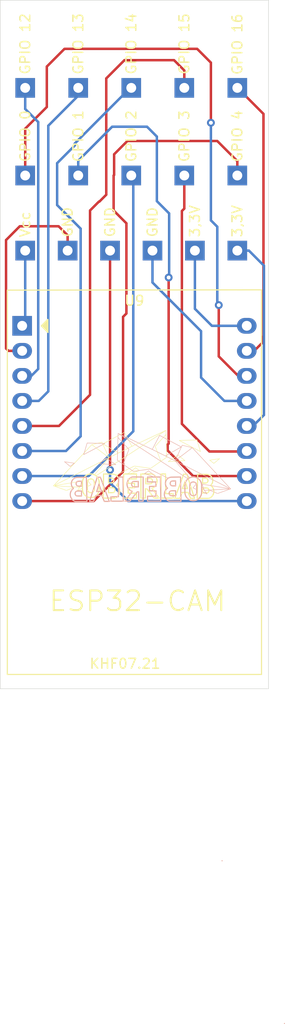
<source format=kicad_pcb>
(kicad_pcb (version 20221018) (generator pcbnew)
  (layers (0 "F.Cu" signal) (31 "B.Cu" signal) (34 "B.Paste" user) (35 "F.Paste" user) (36 "B.SilkS" user "B.Silkscreen") (37 "F.SilkS" user "F.Silkscreen") (38 "B.Mask" user) (39 "F.Mask" user) (44 "Edge.Cuts" user))
  (net 0 "")
  (net 1 "Net-(U1-Pad1)")
  (net 2 "Net-(U2-Pad1)")
  (net 3 "Net-(U3-Pad1)")
  (net 4 "Net-(U4-Pad1)")
  (net 5 "Net-(U5-Pad1)")
  (net 6 "Net-(U6-Pad1)")
  (net 7 "Net-(U7-Pad1)")
  (net 8 "Net-(U8-Pad1)")
  (net 9 "Net-(U10-Pad1)")
  (net 10 "Net-(U11-Pad1)")
  (net 11 "Net-(U12-Pad1)")
  (net 12 "Net-(U13-Pad1)")
  (net 13 "Net-(U14-Pad1)")
  (net 14 "Net-(U15-Pad1)")
  (net 15 "Net-(U16-Pad1)")
  (net 16 "Net-(U17-Pad1)")
  (footprint "KHF_LIB:LP" (layer "F.Cu") (at 184.15 96.52)
    (fp_text reference "Vcc" (at 0 -1.27 90) (layer "F.SilkS") (effects (justify left)))
    (fp_text value "LP")
    (pad "1" thru_hole rect (at 0 0) (size 2 2) (drill 1) (layers "*.Cu" "*.Mask") (net 1 "Net-(U1-Pad1)"))
  )
  (footprint "KHF_LIB:LP" (layer "F.Cu") (at 188.468 96.52)
    (fp_text reference "GND" (at 0 -1.27 90) (layer "F.SilkS") (effects (justify left)))
    (fp_text value "LP")
    (pad "1" thru_hole rect (at 0 0) (size 2 2) (drill 1) (layers "*.Cu" "*.Mask") (net 2 "Net-(U2-Pad1)"))
  )
  (footprint "KHF_LIB:LP" (layer "F.Cu") (at 184.15 80.01)
    (fp_text reference "GPIO 12" (at 0 -1.27 90) (layer "F.SilkS") (effects (justify left)))
    (fp_text value "LP")
    (pad "1" thru_hole rect (at 0 0) (size 2 2) (drill 1) (layers "*.Cu" "*.Mask") (net 3 "Net-(U3-Pad1)"))
  )
  (footprint "KHF_LIB:LP" (layer "F.Cu") (at 189.5475 80.01)
    (fp_text reference "GPIO 13" (at 0 -1.27 90) (layer "F.SilkS") (effects (justify left)))
    (fp_text value "LP")
    (pad "1" thru_hole rect (at 0 0) (size 2 2) (drill 1) (layers "*.Cu" "*.Mask") (net 4 "Net-(U4-Pad1)"))
  )
  (footprint "KHF_LIB:LP" (layer "F.Cu") (at 200.3425 80.01)
    (fp_text reference "GPIO 15" (at 0 -1.27 90) (layer "F.SilkS") (effects (justify left)))
    (fp_text value "LP")
    (pad "1" thru_hole rect (at 0 0) (size 2 2) (drill 1) (layers "*.Cu" "*.Mask") (net 5 "Net-(U5-Pad1)"))
  )
  (footprint "KHF_LIB:LP" (layer "F.Cu") (at 194.945 80.01)
    (fp_text reference "GPIO 14" (at 0 -1.27 90) (layer "F.SilkS") (effects (justify left)))
    (fp_text value "LP")
    (pad "1" thru_hole rect (at 0 0) (size 2 2) (drill 1) (layers "*.Cu" "*.Mask") (net 6 "Net-(U6-Pad1)"))
  )
  (footprint "KHF_LIB:LP" (layer "F.Cu") (at 194.945 88.9)
    (fp_text reference "GPIO 2" (at 0 -1.27 90) (layer "F.SilkS") (effects (justify left)))
    (fp_text value "LP")
    (pad "1" thru_hole rect (at 0 0) (size 2 2) (drill 1) (layers "*.Cu" "*.Mask") (net 7 "Net-(U7-Pad1)"))
  )
  (footprint "KHF_LIB:LP" (layer "F.Cu") (at 205.74 88.9)
    (fp_text reference "GPIO 4" (at 0 -1.27 90) (layer "F.SilkS") (effects (justify left)))
    (fp_text value "LP")
    (pad "1" thru_hole rect (at 0 0) (size 2 2) (drill 1) (layers "*.Cu" "*.Mask") (net 8 "Net-(U8-Pad1)"))
  )
  (footprint "KHF_LIB:LP" (layer "F.Cu") (at 201.422 96.52)
    (fp_text reference "3,3V" (at 0 -1.27 90) (layer "F.SilkS") (effects (justify left)))
    (fp_text value "LP")
    (pad "1" thru_hole rect (at 0 0) (size 2 2) (drill 1) (layers "*.Cu" "*.Mask") (net 9 "Net-(U10-Pad1)"))
  )
  (footprint "KHF_LIB:LP" (layer "F.Cu") (at 205.74 80.01)
    (fp_text reference "GPIO 16" (at 0 -7.62 90) (layer "F.SilkS") (effects (justify right)))
    (fp_text value "LP")
    (pad "1" thru_hole rect (at 0 0) (size 2 2) (drill 1) (layers "*.Cu" "*.Mask") (net 10 "Net-(U11-Pad1)"))
  )
  (footprint "KHF_LIB:LP" (layer "F.Cu") (at 184.15 88.9)
    (fp_text reference "GPIO 0" (at 0 -1.27 90) (layer "F.SilkS") (effects (justify left)))
    (fp_text value "LP")
    (pad "1" thru_hole rect (at 0 0) (size 2 2) (drill 1) (layers "*.Cu" "*.Mask") (net 11 "Net-(U12-Pad1)"))
  )
  (footprint "KHF_LIB:LP" (layer "F.Cu") (at 197.104 96.52)
    (fp_text reference "GND" (at 0 -1.27 90) (layer "F.SilkS") (effects (justify left)))
    (fp_text value "LP")
    (pad "1" thru_hole rect (at 0 0) (size 2 2) (drill 1) (layers "*.Cu" "*.Mask") (net 12 "Net-(U13-Pad1)"))
  )
  (footprint "KHF_LIB:LP" (layer "F.Cu") (at 205.74 96.52)
    (fp_text reference "3,3V" (at 0 -1.27 90) (layer "F.SilkS") (effects (justify left)))
    (fp_text value "LP")
    (pad "1" thru_hole rect (at 0 0) (size 2 2) (drill 1) (layers "*.Cu" "*.Mask") (net 13 "Net-(U14-Pad1)"))
  )
  (footprint "KHF_LIB:LP" (layer "F.Cu") (at 200.3425 88.9)
    (fp_text reference "GPIO 3" (at 0 -1.27 90) (layer "F.SilkS") (effects (justify left)))
    (fp_text value "LP")
    (pad "1" thru_hole rect (at 0 0) (size 2 2) (drill 1) (layers "*.Cu" "*.Mask") (net 14 "Net-(U15-Pad1)"))
  )
  (footprint "KHF_LIB:LP" (layer "F.Cu") (at 189.5475 88.9)
    (fp_text reference "GPIO 1" (at 0 -1.27 90) (layer "F.SilkS") (effects (justify left)))
    (fp_text value "LP")
    (pad "1" thru_hole rect (at 0 0) (size 2 2) (drill 1) (layers "*.Cu" "*.Mask") (net 15 "Net-(U16-Pad1)"))
  )
  (footprint "KHF_LIB:LP" (layer "F.Cu") (at 192.786 96.52)
    (fp_text reference "GND" (at 0 -1.27 90) (layer "F.SilkS") (effects (justify left)))
    (fp_text value "LP")
    (pad "1" thru_hole rect (at 0 0) (size 2 2) (drill 1) (layers "*.Cu" "*.Mask") (net 16 "Net-(U17-Pad1)"))
  )
  (footprint "!Goody:ESP32-CAM" (layer "F.Cu") (at 195.27 118.16)
    (fp_text reference "U9" (at 0 -16.56 180) (layer "F.SilkS"))
    (fp_text value "ESP32-CAM")
    (fp_line (start -12.94 -17.63) (end -12.94 21.36) (stroke (width 0.12)) (layer "F.SilkS"))
    (fp_line (start -12.94 21.36) (end 12.93 21.36) (stroke (width 0.12)) (layer "F.SilkS"))
    (fp_line (start 12.93 -17.66) (end -12.94 -17.63) (stroke (width 0.12)) (layer "F.SilkS"))
    (fp_line (start 12.93 -17.66) (end 12.93 21.36) (stroke (width 0.12)) (layer "F.SilkS"))
    (fp_poly (pts (xy -8.82 -13.37) (xy -8.82 -14.64) (xy -9.455 -14.005)) (stroke (width 0.15)) (fill solid) (layer "F.SilkS"))
    (pad "1" thru_hole rect (at -11.43 -14.01) (size 2 2) (drill 1) (layers "*.Cu" "*.Mask") (net 1 "Net-(U1-Pad1)"))
    (pad "2" thru_hole oval (at -11.43 -11.47) (size 2 1.6) (drill 1) (layers "*.Cu" "*.Mask") (net 2 "Net-(U2-Pad1)"))
    (pad "3" thru_hole oval (at -11.43 -8.93) (size 2 1.6) (drill 1) (layers "*.Cu" "*.Mask") (net 3 "Net-(U3-Pad1)"))
    (pad "4" thru_hole oval (at -11.43 -6.39) (size 2 1.6) (drill 1) (layers "*.Cu" "*.Mask") (net 4 "Net-(U4-Pad1)"))
    (pad "5" thru_hole oval (at -11.43 -3.85) (size 2 1.6) (drill 1) (layers "*.Cu" "*.Mask") (net 5 "Net-(U5-Pad1)"))
    (pad "6" thru_hole oval (at -11.43 -1.31) (size 2 1.6) (drill 1) (layers "*.Cu" "*.Mask") (net 6 "Net-(U6-Pad1)"))
    (pad "7" thru_hole oval (at -11.43 1.23) (size 2 1.6) (drill 1) (layers "*.Cu" "*.Mask") (net 7 "Net-(U7-Pad1)"))
    (pad "8" thru_hole oval (at -11.43 3.77) (size 2 1.6) (drill 1) (layers "*.Cu" "*.Mask") (net 8 "Net-(U8-Pad1)"))
    (pad "9" thru_hole oval (at 11.43 3.77) (size 2 1.6) (drill 1) (layers "*.Cu" "*.Mask") (net 16 "Net-(U17-Pad1)"))
    (pad "10" thru_hole oval (at 11.43 1.23) (size 2 1.6) (drill 1) (layers "*.Cu" "*.Mask") (net 15 "Net-(U16-Pad1)"))
    (pad "11" thru_hole oval (at 11.43 -1.31) (size 2 1.6) (drill 1) (layers "*.Cu" "*.Mask") (net 14 "Net-(U15-Pad1)"))
    (pad "12" thru_hole oval (at 11.43 -3.85) (size 2 1.6) (drill 1) (layers "*.Cu" "*.Mask") (net 13 "Net-(U14-Pad1)"))
    (pad "13" thru_hole oval (at 11.43 -6.39) (size 2 1.6) (drill 1) (layers "*.Cu" "*.Mask") (net 12 "Net-(U13-Pad1)"))
    (pad "14" thru_hole oval (at 11.43 -8.93) (size 2 1.6) (drill 1) (layers "*.Cu" "*.Mask") (net 11 "Net-(U12-Pad1)"))
    (pad "15" thru_hole oval (at 11.43 -11.47) (size 2 1.6) (drill 1) (layers "*.Cu" "*.Mask") (net 10 "Net-(U11-Pad1)"))
    (pad "16" thru_hole oval (at 11.43 -14.01) (size 2 1.6) (drill 1) (layers "*.Cu" "*.Mask") (net 9 "Net-(U10-Pad1)"))
  )
  (footprint "!Goody:ob-logo_F.SilkS" (layer "F.Cu") (at 195.58 119.38)
    (fp_text reference "G***" hide)
    (fp_text value "LOGO" hide)
    (fp_poly (pts (xy 8.544723 39.045226) (xy 8.608542 39.109045) (xy 8.672361 39.045226) (xy 8.608542 38.981407) (xy 8.544723 39.045226)) (stroke (width 0.01)) (fill solid) (layer "B.SilkS"))
    (fp_line (start -8.55 1) (end -7.225 1.475) (stroke (width 0.05)) (layer "F.SilkS"))
    (fp_line (start -8.55 1) (end -5.65 0.525) (stroke (width 0.05)) (layer "F.SilkS"))
    (fp_line (start -8.55 1) (end -4.65 -3.175) (stroke (width 0.05)) (layer "F.SilkS"))
    (fp_line (start -7.225 1.475) (end -6.4 1.125) (stroke (width 0.05)) (layer "F.SilkS"))
    (fp_line (start -6.15 1.525) (end -5.575 0.725) (stroke (width 0.05)) (layer "F.SilkS"))
    (fp_line (start -5.875 1.15) (end -8.55 1) (stroke (width 0.05)) (layer "F.SilkS"))
    (fp_line (start -5.65 0.525) (end -5.875 1.15) (stroke (width 0.05)) (layer "F.SilkS"))
    (fp_line (start -5.6 1.25) (end -6.15 1.525) (stroke (width 0.05)) (layer "F.SilkS"))
    (fp_line (start -5.6 1.35) (end -5.6 0.65) (stroke (width 0.12)) (layer "F.SilkS"))
    (fp_line (start -5.1 0.65) (end -5.1 1.35) (stroke (width 0.12)) (layer "F.SilkS"))
    (fp_line (start -5.05 0.5) (end -4.725 0.9) (stroke (width 0.05)) (layer "F.SilkS"))
    (fp_line (start -4.725 0.9) (end -5.1 1.075) (stroke (width 0.05)) (layer "F.SilkS"))
    (fp_line (start -4.65 -3.175) (end -3.625 -3.425) (stroke (width 0.05)) (layer "F.SilkS"))
    (fp_line (start -4.65 -3.175) (end -2.9 -1.85) (stroke (width 0.05)) (layer "F.SilkS"))
    (fp_line (start -4.4 0.65) (end -4.4 1.3) (stroke (width 0.12)) (layer "F.SilkS"))
    (fp_line (start -4.2 -0.025) (end 2.9 -4.625) (stroke (width 0.05)) (layer "F.SilkS"))
    (fp_line (start -3.9 0.65) (end -3.9 1.35) (stroke (width 0.12)) (layer "F.SilkS"))
    (fp_line (start -3.625 -3.425) (end -2.9 -1.85) (stroke (width 0.05)) (layer "F.SilkS"))
    (fp_line (start -3.525 -3.25) (end -1.95 -2.35) (stroke (width 0.05)) (layer "F.SilkS"))
    (fp_line (start -3.5 2.25) (end -2.3 2.25) (stroke (width 0.12)) (layer "F.SilkS"))
    (fp_line (start -3.45 -0.2) (end -3.5 2.25) (stroke (width 0.12)) (layer "F.SilkS"))
    (fp_line (start -2.95 0.2) (end -2.7 0.2) (stroke (width 0.12)) (layer "F.SilkS"))
    (fp_line (start -2.95 0.25) (end -2.95 0.7) (stroke (width 0.12)) (layer "F.SilkS"))
    (fp_line (start -2.95 0.7) (end -2.65 0.7) (stroke (width 0.12)) (layer "F.SilkS"))
    (fp_line (start -2.95 1.2) (end -2.95 1.7) (stroke (width 0.12)) (layer "F.SilkS"))
    (fp_line (start -2.95 1.7) (end -2.5 1.7) (stroke (width 0.12)) (layer "F.SilkS"))
    (fp_line (start -2.949999 1.19505) (end -2.549999 1.19505) (stroke (width 0.12)) (layer "F.SilkS"))
    (fp_line (start -2.9 -1.85) (end -8.55 1) (stroke (width 0.05)) (layer "F.SilkS"))
    (fp_line (start -2.9 -1.85) (end -4.375 -0.125) (stroke (width 0.05)) (layer "F.SilkS"))
    (fp_line (start -2.55 -0.186395) (end -3.45 -0.2) (stroke (width 0.12)) (layer "F.SilkS"))
    (fp_line (start -1.45 2.25) (end -1.35 2.25) (stroke (width 0.12)) (layer "F.SilkS"))
    (fp_line (start -1.4 -0.2) (end -1.45 2.25) (stroke (width 0.12)) (layer "F.SilkS"))
    (fp_line (start -1.35 2.25) (end -0.1 2.25) (stroke (width 0.12)) (layer "F.SilkS"))
    (fp_line (start -1.325 -4.425) (end -3.525 -3.25) (stroke (width 0.05)) (layer "F.SilkS"))
    (fp_line (start -1.325 -4.425) (end -0.575 -3) (stroke (width 0.05)) (layer "F.SilkS"))
    (fp_line (start -0.975 -0.225) (end -0.2 -0.825) (stroke (width 0.05)) (layer "F.SilkS"))
    (fp_line (start -0.95 0.3) (end -0.1 0.3) (stroke (width 0.12)) (layer "F.SilkS"))
    (fp_line (start -0.95 0.75) (end -0.95 0.3) (stroke (width 0.12)) (layer "F.SilkS"))
    (fp_line (start -0.95 1.2) (end -0.3 1.2) (stroke (width 0.12)) (layer "F.SilkS"))
    (fp_line (start -0.95 1.75) (end -0.95 1.2) (stroke (width 0.12)) (layer "F.SilkS"))
    (fp_line (start -0.575 -3) (end -2.9 -1.85) (stroke (width 0.05)) (layer "F.SilkS"))
    (fp_line (start -0.575 -3) (end 2.9 -4.625) (stroke (width 0.05)) (layer "F.SilkS"))
    (fp_line (start -0.325 -1) (end -2.15 -0.1) (stroke (width 0.05)) (layer "F.SilkS"))
    (fp_line (start -0.3 0.75) (end -0.95 0.75) (stroke (width 0.12)) (layer "F.SilkS"))
    (fp_line (start -0.3 1.2) (end -0.3 0.75) (stroke (width 0.12)) (layer "F.SilkS"))
    (fp_line (start -0.2 -0.825) (end 0.2 -0.55) (stroke (width 0.05)) (layer "F.SilkS"))
    (fp_line (start -0.1 -0.2) (end -1.4 -0.2) (stroke (width 0.12)) (layer "F.SilkS"))
    (fp_line (start -0.1 0.3) (end -0.1 -0.2) (stroke (width 0.12)) (layer "F.SilkS"))
    (fp_line (start -0.1 1.75) (end -0.95 1.75) (stroke (width 0.12)) (layer "F.SilkS"))
    (fp_line (start -0.1 2.25) (end -0.1 1.75) (stroke (width 0.12)) (layer "F.SilkS"))
    (fp_line (start 0.2 -0.55) (end -0.775 -0.2) (stroke (width 0.05)) (layer "F.SilkS"))
    (fp_line (start 0.35 -0.2) (end 0.35 2.25) (stroke (width 0.12)) (layer "F.SilkS"))
    (fp_line (start 0.35 2.25) (end 0.8 2.25) (stroke (width 0.12)) (layer "F.SilkS"))
    (fp_line (start 0.8 1.3) (end 0.95 1.3) (stroke (width 0.12)) (layer "F.SilkS"))
    (fp_line (start 0.8 2.25) (end 0.8 1.3) (stroke (width 0.12)) (layer "F.SilkS"))
    (fp_line (start 0.85 0.25) (end 0.85 0.8) (stroke (width 0.12)) (layer "F.SilkS"))
    (fp_line (start 0.85 0.8) (end 1.35 0.8) (stroke (width 0.12)) (layer "F.SilkS"))
    (fp_line (start 0.95 1.3) (end 1.7 2.25) (stroke (width 0.12)) (layer "F.SilkS"))
    (fp_line (start 1.3 0.25) (end 0.85 0.25) (stroke (width 0.12)) (layer "F.SilkS"))
    (fp_line (start 1.35 -0.775) (end -0.325 -1) (stroke (width 0.05)) (layer "F.SilkS"))
    (fp_line (start 1.458731 -0.205406) (end 0.35 -0.2) (stroke (width 0.12)) (layer "F.SilkS"))
    (fp_line (start 1.7 2.25) (end 2.1 2.25) (stroke (width 0.12)) (layer "F.SilkS"))
    (fp_line (start 1.8 -3) (end 2.375 -1.5) (stroke (width 0.05)) (layer "F.SilkS"))
    (fp_line (start 2.1 2.25) (end 2.2 2.25) (stroke (width 0.12)) (layer "F.SilkS"))
    (fp_line (start 2.2 2.25) (end 1.5 1.3) (stroke (width 0.12)) (layer "F.SilkS"))
    (fp_line (start 2.375 2.25) (end 2.4 -0.2) (stroke (width 0.12)) (layer "F.SilkS"))
    (fp_line (start 2.4 -0.2) (end 2.85 -0.2) (stroke (width 0.12)) (layer "F.SilkS"))
    (fp_line (start 2.85 -0.2) (end 2.875 1.8) (stroke (width 0.12)) (layer "F.SilkS"))
    (fp_line (start 2.875 1.8) (end 3.625 1.8) (stroke (width 0.12)) (layer "F.SilkS"))
    (fp_line (start 2.9 -4.625) (end 2.975 -1.9) (stroke (width 0.05)) (layer "F.SilkS"))
    (fp_line (start 2.925 -4.225) (end 1.8 -3) (stroke (width 0.05)) (layer "F.SilkS"))
    (fp_line (start 2.975 -1.9) (end 1.35 -0.775) (stroke (width 0.05)) (layer "F.SilkS"))
    (fp_line (start 3.125 -1.45) (end 4.125 -2.125) (stroke (width 0.05)) (layer "F.SilkS"))
    (fp_line (start 3.625 1.8) (end 3.625 2.25) (stroke (width 0.12)) (layer "F.SilkS"))
    (fp_line (start 3.625 2.25) (end 2.375 2.25) (stroke (width 0.12)) (layer "F.SilkS"))
    (fp_line (start 4.125 -2.125) (end 4.825 -1.55) (stroke (width 0.05)) (layer "F.SilkS"))
    (fp_line (start 4.25 -3.6) (end 6.4 -2.475) (stroke (width 0.05)) (layer "F.SilkS"))
    (fp_line (start 4.3 2.275) (end 3.8 2.275) (stroke (width 0.12)) (layer "F.SilkS"))
    (fp_line (start 4.3 2.275) (end 4.55 1.675) (stroke (width 0.12)) (layer "F.SilkS"))
    (fp_line (start 4.55 1.675) (end 5.15 1.675) (stroke (width 0.12)) (layer "F.SilkS"))
    (fp_line (start 4.575 1.275) (end 5.075 1.275) (stroke (width 0.12)) (layer "F.SilkS"))
    (fp_line (start 4.7 -0.175) (end 3.8 2.275) (stroke (width 0.12)) (layer "F.SilkS"))
    (fp_line (start 4.825 -1.55) (end 3.15 -1.45) (stroke (width 0.05)) (layer "F.SilkS"))
    (fp_line (start 4.85 0.525) (end 4.575 1.275) (stroke (width 0.12)) (layer "F.SilkS"))
    (fp_line (start 5.025 -0.175) (end 4.7 -0.175) (stroke (width 0.12)) (layer "F.SilkS"))
    (fp_line (start 5.075 1.275) (end 4.85 0.525) (stroke (width 0.12)) (layer "F.SilkS"))
    (fp_line (start 5.15 1.675) (end 5.4 2.275) (stroke (width 0.12)) (layer "F.SilkS"))
    (fp_line (start 5.4 2.275) (end 5.8 2.275) (stroke (width 0.12)) (layer "F.SilkS"))
    (fp_line (start 5.8 2.275) (end 5.025 -0.175) (stroke (width 0.12)) (layer "F.SilkS"))
    (fp_line (start 6.05 -3.65) (end 4.25 -3.6) (stroke (width 0.05)) (layer "F.SilkS"))
    (fp_line (start 6.075 2.275) (end 7.275 2.275) (stroke (width 0.12)) (layer "F.SilkS"))
    (fp_line (start 6.125 -0.175) (end 6.075 2.275) (stroke (width 0.12)) (layer "F.SilkS"))
    (fp_line (start 6.4 -2.475) (end 6.05 -3.65) (stroke (width 0.05)) (layer "F.SilkS"))
    (fp_line (start 6.625 0.225) (end 6.875 0.225) (stroke (width 0.12)) (layer "F.SilkS"))
    (fp_line (start 6.625 0.275) (end 6.625 0.725) (stroke (width 0.12)) (layer "F.SilkS"))
    (fp_line (start 6.625 0.725) (end 6.925 0.725) (stroke (width 0.12)) (layer "F.SilkS"))
    (fp_line (start 6.625 1.225) (end 6.625 1.725) (stroke (width 0.12)) (layer "F.SilkS"))
    (fp_line (start 6.625 1.725) (end 7.075 1.725) (stroke (width 0.12)) (layer "F.SilkS"))
    (fp_line (start 6.625001 1.22005) (end 7.025001 1.22005) (stroke (width 0.12)) (layer "F.SilkS"))
    (fp_line (start 7.025 -0.161395) (end 6.125 -0.175) (stroke (width 0.12)) (layer "F.SilkS"))
    (fp_line (start 7.35 -1.6) (end 8.35 -1.75) (stroke (width 0.05)) (layer "F.SilkS"))
    (fp_line (start 7.775 -1.275) (end 7.35 -1.6) (stroke (width 0.05)) (layer "F.SilkS"))
    (fp_line (start 8.35 -1.75) (end 7.775 -1.275) (stroke (width 0.05)) (layer "F.SilkS"))
    (fp_arc (start -5.6 0.65) (mid -4.75 -0.2) (end -3.9 0.65) (stroke (width 0.12)) (layer "F.SilkS"))
    (fp_arc (start -5.1 0.65) (mid -4.75 0.3) (end -4.4 0.65) (stroke (width 0.12)) (layer "F.SilkS"))
    (fp_arc (start -4.4 1.35) (mid -4.75 1.7) (end -5.1 1.35) (stroke (width 0.12)) (layer "F.SilkS"))
    (fp_arc (start -3.9 1.35) (mid -4.75 2.2) (end -5.6 1.35) (stroke (width 0.12)) (layer "F.SilkS"))
    (fp_arc (start -2.710634 0.207464) (mid -2.401873 0.419454) (end -2.65 0.7) (stroke (width 0.12)) (layer "F.SilkS"))
    (fp_arc (start -2.55 -0.186395) (mid -1.962048 0.206462) (end -2.100001 0.899999) (stroke (width 0.12)) (layer "F.SilkS"))
    (fp_arc (start -2.549999 1.19505) (mid -2.296291 1.424879) (end -2.500001 1.699999) (stroke (width 0.12)) (layer "F.SilkS"))
    (fp_arc (start -2.123744 0.941063) (mid -1.813346 1.649195) (end -2.300001 2.249999) (stroke (width 0.12)) (layer "F.SilkS"))
    (fp_arc (start 1.349999 0.250001) (mid 1.527075 0.525) (end 1.349999 0.799999) (stroke (width 0.12)) (layer "F.SilkS"))
    (fp_arc (start 1.458731 -0.205406) (mid 1.991844 0.516428) (end 1.474999 1.249999) (stroke (width 0.12)) (layer "F.SilkS"))
    (fp_arc (start 6.864366 0.232464) (mid 7.173127 0.444454) (end 6.925 0.725) (stroke (width 0.12)) (layer "F.SilkS"))
    (fp_arc (start 7.025 -0.161395) (mid 7.612952 0.231462) (end 7.474999 0.924999) (stroke (width 0.12)) (layer "F.SilkS"))
    (fp_arc (start 7.025001 1.22005) (mid 7.278709 1.449879) (end 7.074999 1.724999) (stroke (width 0.12)) (layer "F.SilkS"))
    (fp_arc (start 7.451256 0.966063) (mid 7.761654 1.674195) (end 7.274999 2.274999) (stroke (width 0.12)) (layer "F.SilkS"))
  )
  (footprint "!Goody:ob-logo_B.SilkS" (layer "F.Cu") (at 201.93 135.89)
    (fp_text reference "G***" hide)
    (fp_text value "LOGO" hide)
    (fp_line (start -13.775 -17.95) (end -13.2 -17.475) (stroke (width 0.05)) (layer "B.SilkS"))
    (fp_line (start -13.2 -17.475) (end -12.775 -17.8) (stroke (width 0.05)) (layer "B.SilkS"))
    (fp_line (start -12.775 -17.8) (end -13.775 -17.95) (stroke (width 0.05)) (layer "B.SilkS"))
    (fp_line (start -12.45 -16.361395) (end -11.55 -16.375) (stroke (width 0.12)) (layer "B.SilkS"))
    (fp_line (start -12.050001 -14.97995) (end -12.450001 -14.97995) (stroke (width 0.12)) (layer "B.SilkS"))
    (fp_line (start -12.05 -15.975) (end -12.3 -15.975) (stroke (width 0.12)) (layer "B.SilkS"))
    (fp_line (start -12.05 -15.925) (end -12.05 -15.475) (stroke (width 0.12)) (layer "B.SilkS"))
    (fp_line (start -12.05 -15.475) (end -12.35 -15.475) (stroke (width 0.12)) (layer "B.SilkS"))
    (fp_line (start -12.05 -14.975) (end -12.05 -14.475) (stroke (width 0.12)) (layer "B.SilkS"))
    (fp_line (start -12.05 -14.475) (end -12.5 -14.475) (stroke (width 0.12)) (layer "B.SilkS"))
    (fp_line (start -11.825 -18.675) (end -11.475 -19.85) (stroke (width 0.05)) (layer "B.SilkS"))
    (fp_line (start -11.55 -16.375) (end -11.5 -13.925) (stroke (width 0.12)) (layer "B.SilkS"))
    (fp_line (start -11.5 -13.925) (end -12.7 -13.925) (stroke (width 0.12)) (layer "B.SilkS"))
    (fp_line (start -11.475 -19.85) (end -9.675 -19.8) (stroke (width 0.05)) (layer "B.SilkS"))
    (fp_line (start -11.225 -13.925) (end -10.45 -16.375) (stroke (width 0.12)) (layer "B.SilkS"))
    (fp_line (start -10.825 -13.925) (end -11.225 -13.925) (stroke (width 0.12)) (layer "B.SilkS"))
    (fp_line (start -10.575 -14.525) (end -10.825 -13.925) (stroke (width 0.12)) (layer "B.SilkS"))
    (fp_line (start -10.5 -14.925) (end -10.275 -15.675) (stroke (width 0.12)) (layer "B.SilkS"))
    (fp_line (start -10.45 -16.375) (end -10.125 -16.375) (stroke (width 0.12)) (layer "B.SilkS"))
    (fp_line (start -10.275 -15.675) (end -10 -14.925) (stroke (width 0.12)) (layer "B.SilkS"))
    (fp_line (start -10.25 -17.75) (end -8.575 -17.65) (stroke (width 0.05)) (layer "B.SilkS"))
    (fp_line (start -10.125 -16.375) (end -9.225 -13.925) (stroke (width 0.12)) (layer "B.SilkS"))
    (fp_line (start -10 -14.925) (end -10.5 -14.925) (stroke (width 0.12)) (layer "B.SilkS"))
    (fp_line (start -9.975 -14.525) (end -10.575 -14.525) (stroke (width 0.12)) (layer "B.SilkS"))
    (fp_line (start -9.725 -13.925) (end -9.975 -14.525) (stroke (width 0.12)) (layer "B.SilkS"))
    (fp_line (start -9.725 -13.925) (end -9.225 -13.925) (stroke (width 0.12)) (layer "B.SilkS"))
    (fp_line (start -9.675 -19.8) (end -11.825 -18.675) (stroke (width 0.05)) (layer "B.SilkS"))
    (fp_line (start -9.55 -18.325) (end -10.25 -17.75) (stroke (width 0.05)) (layer "B.SilkS"))
    (fp_line (start -9.05 -14.4) (end -9.05 -13.95) (stroke (width 0.12)) (layer "B.SilkS"))
    (fp_line (start -9.05 -13.95) (end -7.8 -13.95) (stroke (width 0.12)) (layer "B.SilkS"))
    (fp_line (start -8.55 -17.65) (end -9.55 -18.325) (stroke (width 0.05)) (layer "B.SilkS"))
    (fp_line (start -8.4 -18.1) (end -6.775 -16.975) (stroke (width 0.05)) (layer "B.SilkS"))
    (fp_line (start -8.35 -20.425) (end -7.225 -19.2) (stroke (width 0.05)) (layer "B.SilkS"))
    (fp_line (start -8.325 -20.825) (end -8.4 -18.1) (stroke (width 0.05)) (layer "B.SilkS"))
    (fp_line (start -8.3 -14.4) (end -9.05 -14.4) (stroke (width 0.12)) (layer "B.SilkS"))
    (fp_line (start -8.275 -16.4) (end -8.3 -14.4) (stroke (width 0.12)) (layer "B.SilkS"))
    (fp_line (start -7.825 -16.4) (end -8.275 -16.4) (stroke (width 0.12)) (layer "B.SilkS"))
    (fp_line (start -7.8 -13.95) (end -7.825 -16.4) (stroke (width 0.12)) (layer "B.SilkS"))
    (fp_line (start -7.625 -13.95) (end -6.925 -14.9) (stroke (width 0.12)) (layer "B.SilkS"))
    (fp_line (start -7.525 -13.95) (end -7.625 -13.95) (stroke (width 0.12)) (layer "B.SilkS"))
    (fp_line (start -7.225 -19.2) (end -7.8 -17.7) (stroke (width 0.05)) (layer "B.SilkS"))
    (fp_line (start -7.125 -13.95) (end -7.525 -13.95) (stroke (width 0.12)) (layer "B.SilkS"))
    (fp_line (start -6.883731 -16.405406) (end -5.775 -16.4) (stroke (width 0.12)) (layer "B.SilkS"))
    (fp_line (start -6.775 -16.975) (end -5.1 -17.2) (stroke (width 0.05)) (layer "B.SilkS"))
    (fp_line (start -6.725 -15.95) (end -6.275 -15.95) (stroke (width 0.12)) (layer "B.SilkS"))
    (fp_line (start -6.375 -14.9) (end -7.125 -13.95) (stroke (width 0.12)) (layer "B.SilkS"))
    (fp_line (start -6.275 -15.95) (end -6.275 -15.4) (stroke (width 0.12)) (layer "B.SilkS"))
    (fp_line (start -6.275 -15.4) (end -6.775 -15.4) (stroke (width 0.12)) (layer "B.SilkS"))
    (fp_line (start -6.225 -14.9) (end -6.375 -14.9) (stroke (width 0.12)) (layer "B.SilkS"))
    (fp_line (start -6.225 -13.95) (end -6.225 -14.9) (stroke (width 0.12)) (layer "B.SilkS"))
    (fp_line (start -5.775 -16.4) (end -5.775 -13.95) (stroke (width 0.12)) (layer "B.SilkS"))
    (fp_line (start -5.775 -13.95) (end -6.225 -13.95) (stroke (width 0.12)) (layer "B.SilkS"))
    (fp_line (start -5.625 -16.75) (end -4.65 -16.4) (stroke (width 0.05)) (layer "B.SilkS"))
    (fp_line (start -5.325 -16.4) (end -4.025 -16.4) (stroke (width 0.12)) (layer "B.SilkS"))
    (fp_line (start -5.325 -15.9) (end -5.325 -16.4) (stroke (width 0.12)) (layer "B.SilkS"))
    (fp_line (start -5.325 -14.45) (end -4.475 -14.45) (stroke (width 0.12)) (layer "B.SilkS"))
    (fp_line (start -5.325 -13.95) (end -5.325 -14.45) (stroke (width 0.12)) (layer "B.SilkS"))
    (fp_line (start -5.225 -17.025) (end -5.625 -16.75) (stroke (width 0.05)) (layer "B.SilkS"))
    (fp_line (start -5.125 -15.45) (end -4.475 -15.45) (stroke (width 0.12)) (layer "B.SilkS"))
    (fp_line (start -5.125 -15) (end -5.125 -15.45) (stroke (width 0.12)) (layer "B.SilkS"))
    (fp_line (start -5.1 -17.2) (end -3.275 -16.3) (stroke (width 0.05)) (layer "B.SilkS"))
    (fp_line (start -4.85 -19.2) (end -8.325 -20.825) (stroke (width 0.05)) (layer "B.SilkS"))
    (fp_line (start -4.85 -19.2) (end -2.525 -18.05) (stroke (width 0.05)) (layer "B.SilkS"))
    (fp_line (start -4.475 -15.9) (end -5.325 -15.9) (stroke (width 0.12)) (layer "B.SilkS"))
    (fp_line (start -4.475 -15.45) (end -4.475 -15.9) (stroke (width 0.12)) (layer "B.SilkS"))
    (fp_line (start -4.475 -15) (end -5.125 -15) (stroke (width 0.12)) (layer "B.SilkS"))
    (fp_line (start -4.475 -14.45) (end -4.475 -15) (stroke (width 0.12)) (layer "B.SilkS"))
    (fp_line (start -4.45 -16.425) (end -5.225 -17.025) (stroke (width 0.05)) (layer "B.SilkS"))
    (fp_line (start -4.1 -20.625) (end -4.85 -19.2) (stroke (width 0.05)) (layer "B.SilkS"))
    (fp_line (start -4.1 -20.625) (end -1.9 -19.45) (stroke (width 0.05)) (layer "B.SilkS"))
    (fp_line (start -4.075 -13.95) (end -5.325 -13.95) (stroke (width 0.12)) (layer "B.SilkS"))
    (fp_line (start -4.025 -16.4) (end -3.975 -13.95) (stroke (width 0.12)) (layer "B.SilkS"))
    (fp_line (start -3.975 -13.95) (end -4.075 -13.95) (stroke (width 0.12)) (layer "B.SilkS"))
    (fp_line (start -2.875 -16.386395) (end -1.975 -16.4) (stroke (width 0.12)) (layer "B.SilkS"))
    (fp_line (start -2.525 -18.05) (end -1.05 -16.325) (stroke (width 0.05)) (layer "B.SilkS"))
    (fp_line (start -2.525 -18.05) (end 3.125 -15.2) (stroke (width 0.05)) (layer "B.SilkS"))
    (fp_line (start -2.475001 -15.00495) (end -2.875001 -15.00495) (stroke (width 0.12)) (layer "B.SilkS"))
    (fp_line (start -2.475 -16) (end -2.725 -16) (stroke (width 0.12)) (layer "B.SilkS"))
    (fp_line (start -2.475 -15.95) (end -2.475 -15.5) (stroke (width 0.12)) (layer "B.SilkS"))
    (fp_line (start -2.475 -15.5) (end -2.775 -15.5) (stroke (width 0.12)) (layer "B.SilkS"))
    (fp_line (start -2.475 -15) (end -2.475 -14.5) (stroke (width 0.12)) (layer "B.SilkS"))
    (fp_line (start -2.475 -14.5) (end -2.925 -14.5) (stroke (width 0.12)) (layer "B.SilkS"))
    (fp_line (start -1.975 -16.4) (end -1.925 -13.95) (stroke (width 0.12)) (layer "B.SilkS"))
    (fp_line (start -1.925 -13.95) (end -3.125 -13.95) (stroke (width 0.12)) (layer "B.SilkS"))
    (fp_line (start -1.9 -19.45) (end -3.475 -18.55) (stroke (width 0.05)) (layer "B.SilkS"))
    (fp_line (start -1.8 -19.625) (end -2.525 -18.05) (stroke (width 0.05)) (layer "B.SilkS"))
    (fp_line (start -1.525 -15.55) (end -1.525 -14.85) (stroke (width 0.12)) (layer "B.SilkS"))
    (fp_line (start -1.225 -16.225) (end -8.325 -20.825) (stroke (width 0.05)) (layer "B.SilkS"))
    (fp_line (start -1.025 -15.55) (end -1.025 -14.9) (stroke (width 0.12)) (layer "B.SilkS"))
    (fp_line (start -0.775 -19.375) (end -2.525 -18.05) (stroke (width 0.05)) (layer "B.SilkS"))
    (fp_line (start -0.775 -19.375) (end -1.8 -19.625) (stroke (width 0.05)) (layer "B.SilkS"))
    (fp_line (start -0.7 -15.3) (end -0.325 -15.125) (stroke (width 0.05)) (layer "B.SilkS"))
    (fp_line (start -0.375 -15.7) (end -0.7 -15.3) (stroke (width 0.05)) (layer "B.SilkS"))
    (fp_line (start -0.325 -15.55) (end -0.325 -14.85) (stroke (width 0.12)) (layer "B.SilkS"))
    (fp_line (start 0.175 -14.95) (end 0.725 -14.675) (stroke (width 0.05)) (layer "B.SilkS"))
    (fp_line (start 0.175 -14.85) (end 0.175 -15.55) (stroke (width 0.12)) (layer "B.SilkS"))
    (fp_line (start 0.225 -15.675) (end 0.45 -15.05) (stroke (width 0.05)) (layer "B.SilkS"))
    (fp_line (start 0.45 -15.05) (end 3.125 -15.2) (stroke (width 0.05)) (layer "B.SilkS"))
    (fp_line (start 0.725 -14.675) (end 0.15 -15.475) (stroke (width 0.05)) (layer "B.SilkS"))
    (fp_line (start 1.8 -14.725) (end 0.975 -15.075) (stroke (width 0.05)) (layer "B.SilkS"))
    (fp_line (start 3.125 -15.2) (end -0.775 -19.375) (stroke (width 0.05)) (layer "B.SilkS"))
    (fp_line (start 3.125 -15.2) (end 0.225 -15.675) (stroke (width 0.05)) (layer "B.SilkS"))
    (fp_line (start 3.125 -15.2) (end 1.8 -14.725) (stroke (width 0.05)) (layer "B.SilkS"))
    (fp_arc (start -12.899999 -15.275001) (mid -13.037952 -15.968538) (end -12.45 -16.361395) (stroke (width 0.12)) (layer "B.SilkS"))
    (fp_arc (start -12.699999 -13.925001) (mid -13.186654 -14.525805) (end -12.876256 -15.233937) (stroke (width 0.12)) (layer "B.SilkS"))
    (fp_arc (start -12.499999 -14.475001) (mid -12.703709 -14.750121) (end -12.450001 -14.97995) (stroke (width 0.12)) (layer "B.SilkS"))
    (fp_arc (start -12.35 -15.475) (mid -12.598127 -15.755546) (end -12.289366 -15.967536) (stroke (width 0.12)) (layer "B.SilkS"))
    (fp_arc (start -6.899999 -14.950001) (mid -7.416844 -15.683572) (end -6.883731 -16.405406) (stroke (width 0.12)) (layer "B.SilkS"))
    (fp_arc (start -6.774999 -15.400001) (mid -6.952075 -15.675) (end -6.774999 -15.949999) (stroke (width 0.12)) (layer "B.SilkS"))
    (fp_arc (start -3.324999 -15.300001) (mid -3.462952 -15.993538) (end -2.875 -16.386395) (stroke (width 0.12)) (layer "B.SilkS"))
    (fp_arc (start -3.124999 -13.950001) (mid -3.611654 -14.550805) (end -3.301256 -15.258937) (stroke (width 0.12)) (layer "B.SilkS"))
    (fp_arc (start -2.924999 -14.500001) (mid -3.128709 -14.775121) (end -2.875001 -15.00495) (stroke (width 0.12)) (layer "B.SilkS"))
    (fp_arc (start -2.775 -15.5) (mid -3.023127 -15.780546) (end -2.714366 -15.992536) (stroke (width 0.12)) (layer "B.SilkS"))
    (fp_arc (start -1.525 -15.55) (mid -0.675 -16.4) (end 0.175 -15.55) (stroke (width 0.12)) (layer "B.SilkS"))
    (fp_arc (start -1.025 -15.55) (mid -0.675 -15.9) (end -0.325 -15.55) (stroke (width 0.12)) (layer "B.SilkS"))
    (fp_arc (start -0.325 -14.85) (mid -0.675 -14.5) (end -1.025 -14.85) (stroke (width 0.12)) (layer "B.SilkS"))
    (fp_arc (start 0.175 -14.85) (mid -0.675 -14) (end -1.525 -14.85) (stroke (width 0.12)) (layer "B.SilkS"))
    (fp_poly (pts (xy 8.544723 39.045226) (xy 8.608542 39.109045) (xy 8.672361 39.045226) (xy 8.608542 38.981407) (xy 8.544723 39.045226)) (stroke (width 0.01)) (fill solid) (layer "B.SilkS"))
  )
  (gr_line (start 181.61 140.97) (end 181.61 71.12) (stroke (width 0.05)) (layer "Edge.Cuts"))
  (gr_line (start 181.61 71.12) (end 208.915 71.12) (stroke (width 0.05)) (layer "Edge.Cuts"))
  (gr_line (start 208.915 71.12) (end 208.915 140.97) (stroke (width 0.05)) (layer "Edge.Cuts"))
  (gr_line (start 208.915 140.97) (end 181.61 140.97) (stroke (width 0.05)) (layer "Edge.Cuts"))
  (gr_text "ESP32-CAM" (at 195.58 132.08) (layer "F.SilkS") (effects (font (size 2 2) (thickness 0.2))))
  (gr_text "KHF07.21" (at 194.31 138.43) (layer "F.SilkS") (effects (font (size 1 1))))
  (segment (start 184.15 96.52) (end 184.15 103.84) (width 0.25) (layer "B.Cu") (net 1))
  (segment (start 184.15 103.84) (end 183.84 104.15) (width 0.25) (layer "B.Cu") (net 1))
  (segment (start 182.2 95.45) (end 182.2 106.45) (width 0.25) (layer "F.Cu") (net 2))
  (segment (start 188.468 96.52) (end 188.468 94.968) (width 0.25) (layer "F.Cu") (net 2))
  (segment (start 183.6 94.05) (end 182.2 95.45) (width 0.25) (layer "F.Cu") (net 2))
  (segment (start 187.55 94.05) (end 183.6 94.05) (width 0.25) (layer "F.Cu") (net 2))
  (segment (start 182.44 106.69) (end 183.84 106.69) (width 0.25) (layer "F.Cu") (net 2))
  (segment (start 188.468 94.968) (end 187.55 94.05) (width 0.25) (layer "F.Cu") (net 2))
  (segment (start 182.2 106.45) (end 182.44 106.69) (width 0.25) (layer "F.Cu") (net 2))
  (segment (start 185.475001 83.475001) (end 185.475001 108.524999) (width 0.25) (layer "B.Cu") (net 3))
  (segment (start 184.15 80.01) (end 184.15 82.15) (width 0.25) (layer "B.Cu") (net 3))
  (segment (start 184.15 82.15) (end 185.475001 83.475001) (width 0.25) (layer "B.Cu") (net 3))
  (segment (start 184.77 109.23) (end 183.84 109.23) (width 0.25) (layer "B.Cu") (net 3))
  (segment (start 185.475001 108.524999) (end 184.77 109.23) (width 0.25) (layer "B.Cu") (net 3))
  (segment (start 186.5 110.8) (end 185.53 111.77) (width 0.25) (layer "B.Cu") (net 4))
  (segment (start 185.53 111.77) (end 183.84 111.77) (width 0.25) (layer "B.Cu") (net 4))
  (segment (start 189.5475 80.8025) (end 186.5 83.85) (width 0.25) (layer "B.Cu") (net 4))
  (segment (start 186.5 83.85) (end 186.5 110.8) (width 0.25) (layer "B.Cu") (net 4))
  (segment (start 189.5475 80.01) (end 189.5475 80.8025) (width 0.25) (layer "B.Cu") (net 4))
  (segment (start 194.25 77.2) (end 199.3 77.2) (width 0.25) (layer "F.Cu") (net 5))
  (segment (start 199.3 77.2) (end 200.3425 78.2425) (width 0.25) (layer "F.Cu") (net 5))
  (segment (start 191.65 91.55) (end 191.7 91.55) (width 0.25) (layer "F.Cu") (net 5))
  (segment (start 192.4 90.85) (end 192.4 79.05) (width 0.25) (layer "F.Cu") (net 5))
  (segment (start 191.7 91.55) (end 192.4 90.85) (width 0.25) (layer "F.Cu") (net 5))
  (segment (start 200.3425 78.2425) (end 200.3425 80.01) (width 0.25) (layer "F.Cu") (net 5))
  (segment (start 190.75 92.45) (end 191.65 91.55) (width 0.25) (layer "F.Cu") (net 5))
  (segment (start 192.4 79.05) (end 194.25 77.2) (width 0.25) (layer "F.Cu") (net 5))
  (segment (start 183.84 114.31) (end 187.59 114.31) (width 0.25) (layer "F.Cu") (net 5))
  (segment (start 187.59 114.31) (end 190.75 111.15) (width 0.25) (layer "F.Cu") (net 5))
  (segment (start 190.75 111.15) (end 190.75 92.45) (width 0.25) (layer "F.Cu") (net 5))
  (segment (start 187.4 87.65) (end 187.4 91.9) (width 0.25) (layer "B.Cu") (net 6))
  (segment (start 189.793001 94.293001) (end 189.793001 115.356999) (width 0.25) (layer "B.Cu") (net 6))
  (segment (start 183.84 116.85) (end 188.3 116.85) (width 0.25) (layer "B.Cu") (net 6))
  (segment (start 194.84 80.01) (end 189.2 85.65) (width 0.25) (layer "B.Cu") (net 6))
  (segment (start 187.4 91.9) (end 189.793001 94.293001) (width 0.25) (layer "B.Cu") (net 6))
  (segment (start 189.793001 115.356999) (end 189.45 115.7) (width 0.25) (layer "B.Cu") (net 6))
  (segment (start 188.3 116.85) (end 189.45 115.7) (width 0.25) (layer "B.Cu") (net 6))
  (segment (start 189.2 85.85) (end 187.4 87.65) (width 0.25) (layer "B.Cu") (net 6))
  (segment (start 189.2 85.65) (end 189.2 85.85) (width 0.25) (layer "B.Cu") (net 6))
  (segment (start 189.45 115.7) (end 189.65 115.5) (width 0.25) (layer "B.Cu") (net 6))
  (segment (start 194.945 80.01) (end 194.84 80.01) (width 0.25) (layer "B.Cu") (net 6))
  (segment (start 195.15 89.105) (end 194.945 88.9) (width 0.25) (layer "B.Cu") (net 7))
  (segment (start 183.84 119.39) (end 190.61 119.39) (width 0.25) (layer "B.Cu") (net 7))
  (segment (start 190.61 119.39) (end 195.15 114.85) (width 0.25) (layer "B.Cu") (net 7))
  (segment (start 195.15 114.85) (end 195.15 89.105) (width 0.25) (layer "B.Cu") (net 7))
  (segment (start 194.111001 118.938999) (end 194.111001 103.238999) (width 0.25) (layer "F.Cu") (net 8))
  (segment (start 194.45 102.9) (end 194.45 93.75) (width 0.25) (layer "F.Cu") (net 8))
  (segment (start 193.15 92.45) (end 193.15 88.9) (width 0.25) (layer "F.Cu") (net 8))
  (segment (start 205.74 87.44) (end 205.74 88.9) (width 0.25) (layer "F.Cu") (net 8))
  (segment (start 194.45 93.75) (end 193.15 92.45) (width 0.25) (layer "F.Cu") (net 8))
  (segment (start 183.84 121.93) (end 191.12 121.93) (width 0.25) (layer "F.Cu") (net 8))
  (segment (start 193.2 86.75) (end 194.55 85.4) (width 0.25) (layer "F.Cu") (net 8))
  (segment (start 203.7 85.4) (end 205.74 87.44) (width 0.25) (layer "F.Cu") (net 8))
  (segment (start 193.2 88.85) (end 193.2 86.75) (width 0.25) (layer "F.Cu") (net 8))
  (segment (start 191.12 121.93) (end 194.111001 118.938999) (width 0.25) (layer "F.Cu") (net 8))
  (segment (start 194.55 85.4) (end 203.7 85.4) (width 0.25) (layer "F.Cu") (net 8))
  (segment (start 193.15 88.9) (end 193.2 88.85) (width 0.25) (layer "F.Cu") (net 8))
  (segment (start 194.111001 103.238999) (end 194.45 102.9) (width 0.25) (layer "F.Cu") (net 8))
  (segment (start 201.422 102.422) (end 201.422 96.52) (width 0.25) (layer "B.Cu") (net 9))
  (segment (start 206.7 104.15) (end 203.15 104.15) (width 0.25) (layer "B.Cu") (net 9))
  (segment (start 203.15 104.15) (end 201.422 102.422) (width 0.25) (layer "B.Cu") (net 9))
  (segment (start 208.4 82.65) (end 208.4 105.2) (width 0.25) (layer "F.Cu") (net 10))
  (segment (start 205.76 80.01) (end 208.4 82.65) (width 0.25) (layer "F.Cu") (net 10))
  (segment (start 208.35 105.25) (end 208.35 105.8) (width 0.25) (layer "F.Cu") (net 10))
  (segment (start 207.46 106.69) (end 206.7 106.69) (width 0.25) (layer "F.Cu") (net 10))
  (segment (start 208.4 105.2) (end 208.35 105.25) (width 0.25) (layer "F.Cu") (net 10))
  (segment (start 205.74 80.01) (end 205.76 80.01) (width 0.25) (layer "F.Cu") (net 10))
  (segment (start 208.35 105.8) (end 207.46 106.69) (width 0.25) (layer "F.Cu") (net 10))
  (segment (start 184.15 84.15) (end 186.35 81.95) (width 0.25) (layer "F.Cu") (net 11))
  (segment (start 201.65 76.05) (end 203.05 77.45) (width 0.25) (layer "F.Cu") (net 11))
  (segment (start 184.15 88.9) (end 184.15 84.15) (width 0.25) (layer "F.Cu") (net 11))
  (segment (start 186.35 81.95) (end 186.35 77.85) (width 0.25) (layer "F.Cu") (net 11))
  (segment (start 205.83 109.23) (end 206.7 109.23) (width 0.25) (layer "F.Cu") (net 11))
  (segment (start 188.15 76.05) (end 201.65 76.05) (width 0.25) (layer "F.Cu") (net 11))
  (segment (start 203.05 77.45) (end 203.05 83.55) (width 0.25) (layer "F.Cu") (net 11))
  (segment (start 203.85 107.25) (end 205.83 109.23) (width 0.25) (layer "F.Cu") (net 11))
  (segment (start 203.85 102.05) (end 203.85 107.25) (width 0.25) (layer "F.Cu") (net 11))
  (segment (start 186.35 77.85) (end 188.15 76.05) (width 0.25) (layer "F.Cu") (net 11))
  (via (at 203.85 102.05) (size 0.8) (drill 0.4) (layers "F.Cu" "B.Cu") (net 11))
  (via (at 203.05 83.55) (size 0.8) (drill 0.4) (layers "F.Cu" "B.Cu") (net 11))
  (segment (start 203.7 101.9) (end 203.85 102.05) (width 0.25) (layer "B.Cu") (net 11))
  (segment (start 203.05 83.55) (end 203.05 93.45) (width 0.25) (layer "B.Cu") (net 11))
  (segment (start 203.05 93.45) (end 203.7 94.1) (width 0.25) (layer "B.Cu") (net 11))
  (segment (start 203.7 94.1) (end 203.7 101.9) (width 0.25) (layer "B.Cu") (net 11))
  (segment (start 197.104 99.754) (end 202.05 104.7) (width 0.25) (layer "B.Cu") (net 12))
  (segment (start 202.05 104.7) (end 202.05 109.4) (width 0.25) (layer "B.Cu") (net 12))
  (segment (start 202.05 109.4) (end 204.42 111.77) (width 0.25) (layer "B.Cu") (net 12))
  (segment (start 197.104 96.52) (end 197.104 99.754) (width 0.25) (layer "B.Cu") (net 12))
  (segment (start 204.42 111.77) (end 206.7 111.77) (width 0.25) (layer "B.Cu") (net 12))
  (segment (start 207.34 114.31) (end 206.7 114.31) (width 0.25) (layer "B.Cu") (net 13))
  (segment (start 205.74 96.52) (end 206.92 96.52) (width 0.25) (layer "B.Cu") (net 13))
  (segment (start 208.45 113.2) (end 207.34 114.31) (width 0.25) (layer "B.Cu") (net 13))
  (segment (start 206.92 96.52) (end 208.45 98.05) (width 0.25) (layer "B.Cu") (net 13))
  (segment (start 208.45 98.05) (end 208.45 113.2) (width 0.25) (layer "B.Cu") (net 13))
  (segment (start 200.096999 114.096999) (end 202.9 116.9) (width 0.25) (layer "F.Cu") (net 14))
  (segment (start 202.9 116.9) (end 206.65 116.9) (width 0.25) (layer "F.Cu") (net 14))
  (segment (start 206.65 116.9) (end 206.7 116.85) (width 0.25) (layer "F.Cu") (net 14))
  (segment (start 200.3425 88.9) (end 200.3425 92.2575) (width 0.25) (layer "F.Cu") (net 14))
  (segment (start 200.096999 92.503001) (end 200.096999 114.096999) (width 0.25) (layer "F.Cu") (net 14))
  (segment (start 200.3425 92.2575) (end 200.096999 92.503001) (width 0.25) (layer "F.Cu") (net 14))
  (segment (start 198.65 116.2) (end 198.65 116.8) (width 0.25) (layer "F.Cu") (net 15))
  (segment (start 198.75 116.1) (end 198.65 116.2) (width 0.25) (layer "F.Cu") (net 15))
  (segment (start 201.24 119.39) (end 206.7 119.39) (width 0.25) (layer "F.Cu") (net 15))
  (segment (start 198.65 116.8) (end 201.24 119.39) (width 0.25) (layer "F.Cu") (net 15))
  (segment (start 198.75 99.25) (end 198.75 116.1) (width 0.25) (layer "F.Cu") (net 15))
  (via (at 198.75 99.25) (size 0.8) (drill 0.4) (layers "F.Cu" "B.Cu") (net 15))
  (segment (start 198.8 99.2) (end 198.75 99.25) (width 0.25) (layer "B.Cu") (net 15))
  (segment (start 189.5475 87.4025) (end 193 83.95) (width 0.25) (layer "B.Cu") (net 15))
  (segment (start 196.55 83.95) (end 197.55 84.95) (width 0.25) (layer "B.Cu") (net 15))
  (segment (start 193 83.95) (end 196.55 83.95) (width 0.25) (layer "B.Cu") (net 15))
  (segment (start 198.8 92.75) (end 198.8 99.2) (width 0.25) (layer "B.Cu") (net 15))
  (segment (start 197.55 91.5) (end 198.8 92.75) (width 0.25) (layer "B.Cu") (net 15))
  (segment (start 197.55 84.95) (end 197.55 91.5) (width 0.25) (layer "B.Cu") (net 15))
  (segment (start 189.5475 88.9) (end 189.5475 87.4025) (width 0.25) (layer "B.Cu") (net 15))
  (segment (start 192.786 96.52) (end 192.786 118.764) (width 0.25) (layer "F.Cu") (net 16))
  (via (at 192.786 118.764) (size 0.8) (drill 0.4) (layers "F.Cu" "B.Cu") (net 16))
  (segment (start 192.786 120.086) (end 194.63 121.93) (width 0.25) (layer "B.Cu") (net 16))
  (segment (start 194.63 121.93) (end 206.7 121.93) (width 0.25) (layer "B.Cu") (net 16))
  (segment (start 192.786 118.764) (end 192.786 120.086) (width 0.25) (layer "B.Cu") (net 16))
)
</source>
